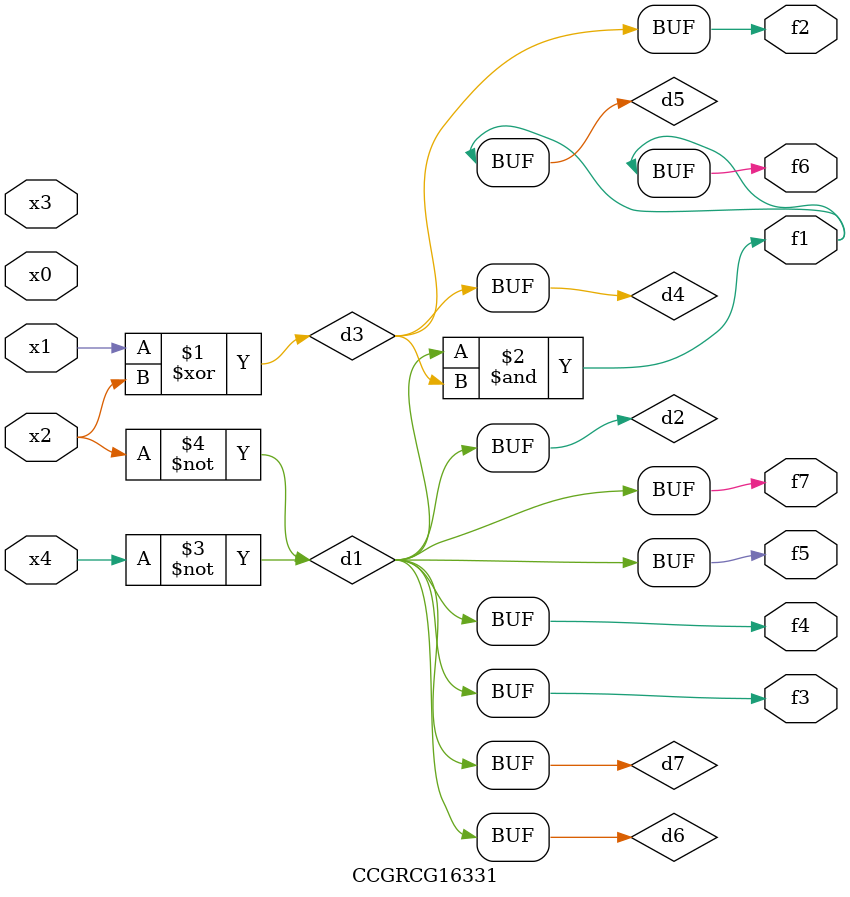
<source format=v>
module CCGRCG16331(
	input x0, x1, x2, x3, x4,
	output f1, f2, f3, f4, f5, f6, f7
);

	wire d1, d2, d3, d4, d5, d6, d7;

	not (d1, x4);
	not (d2, x2);
	xor (d3, x1, x2);
	buf (d4, d3);
	and (d5, d1, d3);
	buf (d6, d1, d2);
	buf (d7, d2);
	assign f1 = d5;
	assign f2 = d4;
	assign f3 = d7;
	assign f4 = d7;
	assign f5 = d7;
	assign f6 = d5;
	assign f7 = d7;
endmodule

</source>
